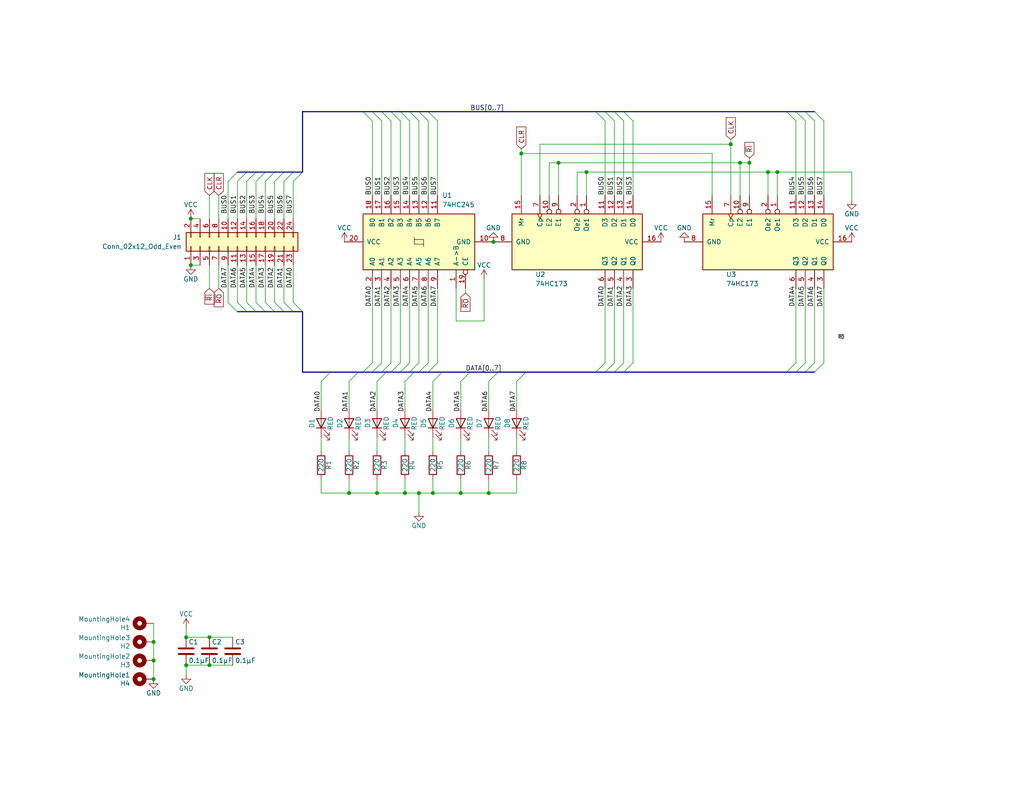
<source format=kicad_sch>
(kicad_sch (version 20211123) (generator eeschema)
  (paper "USLetter")
  (lib_symbols
    (symbol "74xx:74HC245" (pin_names (offset 1.016))
      (property "Reference" "U" (at -7.62 16.51 0))
      (property "Value" "74HC245" (at -7.62 -16.51 0))
      (symbol "74HC245_1_0"
        (polyline (pts (xy -0.635 -1.27) (xy -0.635 1.27) (xy 0.635 1.27)))
        (polyline (pts (xy -1.27 -1.27) (xy 0.635 -1.27) (xy 0.635 1.27) (xy 1.27 1.27)))
        (pin input line (at -12.7 -10.16 0) (length 5.08) (name "A->B") (number "1"))
        (pin power_in line (at 0 -20.32 90) (length 5.08) (name "GND") (number "10"))
        (pin tri_state line (at 12.7 -5.08 180) (length 5.08) (name "B7") (number "11"))
        (pin tri_state line (at 12.7 -2.54 180) (length 5.08) (name "B6") (number "12"))
        (pin tri_state line (at 12.7 0 180) (length 5.08) (name "B5") (number "13"))
        (pin tri_state line (at 12.7 2.54 180) (length 5.08) (name "B4") (number "14"))
        (pin tri_state line (at 12.7 5.08 180) (length 5.08) (name "B3") (number "15"))
        (pin tri_state line (at 12.7 7.62 180) (length 5.08) (name "B2") (number "16"))
        (pin tri_state line (at 12.7 10.16 180) (length 5.08) (name "B1") (number "17"))
        (pin tri_state line (at 12.7 12.7 180) (length 5.08) (name "B0") (number "18"))
        (pin input inverted (at -12.7 -12.7 0) (length 5.08) (name "CE") (number "19"))
        (pin tri_state line (at -12.7 12.7 0) (length 5.08) (name "A0") (number "2"))
        (pin power_in line (at 0 20.32 270) (length 5.08) (name "VCC") (number "20"))
        (pin tri_state line (at -12.7 10.16 0) (length 5.08) (name "A1") (number "3"))
        (pin tri_state line (at -12.7 7.62 0) (length 5.08) (name "A2") (number "4"))
        (pin tri_state line (at -12.7 5.08 0) (length 5.08) (name "A3") (number "5"))
        (pin tri_state line (at -12.7 2.54 0) (length 5.08) (name "A4") (number "6"))
        (pin tri_state line (at -12.7 0 0) (length 5.08) (name "A5") (number "7"))
        (pin tri_state line (at -12.7 -2.54 0) (length 5.08) (name "A6") (number "8"))
        (pin tri_state line (at -12.7 -5.08 0) (length 5.08) (name "A7") (number "9"))
      )
      (symbol "74HC245_1_1"
        (rectangle (start -7.62 15.24) (end 7.62 -15.24) (stroke (width 0.254)) (fill (type background)))
      )
    )
    (symbol "74xx:74LS173" (pin_names (offset 1.016))
      (property "Reference" "U" (at -7.62 19.05 0))
      (property "Value" "74LS173" (at -7.62 -19.05 0))
      (symbol "74LS173_1_0"
        (pin input inverted (at -12.7 2.54 0) (length 5.08) (name "Oe1") (number "1"))
        (pin input inverted (at -12.7 -7.62 0) (length 5.08) (name "E2") (number "10"))
        (pin input line (at -12.7 7.62 0) (length 5.08) (name "D3") (number "11"))
        (pin input line (at -12.7 10.16 0) (length 5.08) (name "D2") (number "12"))
        (pin input line (at -12.7 12.7 0) (length 5.08) (name "D1") (number "13"))
        (pin input line (at -12.7 15.24 0) (length 5.08) (name "D0") (number "14"))
        (pin input line (at -12.7 -15.24 0) (length 5.08) (name "Mr") (number "15"))
        (pin power_in line (at 0 22.86 270) (length 5.08) (name "VCC") (number "16"))
        (pin input inverted (at -12.7 0 0) (length 5.08) (name "Oe2") (number "2"))
        (pin tri_state line (at 12.7 15.24 180) (length 5.08) (name "Q0") (number "3"))
        (pin tri_state line (at 12.7 12.7 180) (length 5.08) (name "Q1") (number "4"))
        (pin tri_state line (at 12.7 10.16 180) (length 5.08) (name "Q2") (number "5"))
        (pin tri_state line (at 12.7 7.62 180) (length 5.08) (name "Q3") (number "6"))
        (pin input clock (at -12.7 -10.16 0) (length 5.08) (name "Cp") (number "7"))
        (pin power_in line (at 0 -22.86 90) (length 5.08) (name "GND") (number "8"))
        (pin input inverted (at -12.7 -5.08 0) (length 5.08) (name "E1") (number "9"))
      )
      (symbol "74LS173_1_1"
        (rectangle (start -7.62 17.78) (end 7.62 -17.78) (stroke (width 0.254)) (fill (type background)))
      )
    )
    (symbol "Connector_Generic:Conn_02x12_Odd_Even" (pin_names (offset 1.016) hide)
      (property "Reference" "J" (at 1.27 15.24 0))
      (property "Value" "Conn_02x12_Odd_Even" (at 1.27 -17.78 0))
      (symbol "Conn_02x12_Odd_Even_1_1"
        (rectangle (start -1.27 -15.113) (end 0 -15.367) (stroke (width 0.1524)))
        (rectangle (start -1.27 -12.573) (end 0 -12.827) (stroke (width 0.1524)))
        (rectangle (start -1.27 -10.033) (end 0 -10.287) (stroke (width 0.1524)))
        (rectangle (start -1.27 -7.493) (end 0 -7.747) (stroke (width 0.1524)))
        (rectangle (start -1.27 -4.953) (end 0 -5.207) (stroke (width 0.1524)))
        (rectangle (start -1.27 -2.413) (end 0 -2.667) (stroke (width 0.1524)))
        (rectangle (start -1.27 0.127) (end 0 -0.127) (stroke (width 0.1524)))
        (rectangle (start -1.27 2.667) (end 0 2.413) (stroke (width 0.1524)))
        (rectangle (start -1.27 5.207) (end 0 4.953) (stroke (width 0.1524)))
        (rectangle (start -1.27 7.747) (end 0 7.493) (stroke (width 0.1524)))
        (rectangle (start -1.27 10.287) (end 0 10.033) (stroke (width 0.1524)))
        (rectangle (start -1.27 12.827) (end 0 12.573) (stroke (width 0.1524)))
        (rectangle (start -1.27 13.97) (end 3.81 -16.51) (stroke (width 0.254)) (fill (type background)))
        (rectangle (start 3.81 -15.113) (end 2.54 -15.367) (stroke (width 0.1524)))
        (rectangle (start 3.81 -12.573) (end 2.54 -12.827) (stroke (width 0.1524)))
        (rectangle (start 3.81 -10.033) (end 2.54 -10.287) (stroke (width 0.1524)))
        (rectangle (start 3.81 -7.493) (end 2.54 -7.747) (stroke (width 0.1524)))
        (rectangle (start 3.81 -4.953) (end 2.54 -5.207) (stroke (width 0.1524)))
        (rectangle (start 3.81 -2.413) (end 2.54 -2.667) (stroke (width 0.1524)))
        (rectangle (start 3.81 0.127) (end 2.54 -0.127) (stroke (width 0.1524)))
        (rectangle (start 3.81 2.667) (end 2.54 2.413) (stroke (width 0.1524)))
        (rectangle (start 3.81 5.207) (end 2.54 4.953) (stroke (width 0.1524)))
        (rectangle (start 3.81 7.747) (end 2.54 7.493) (stroke (width 0.1524)))
        (rectangle (start 3.81 10.287) (end 2.54 10.033) (stroke (width 0.1524)))
        (rectangle (start 3.81 12.827) (end 2.54 12.573) (stroke (width 0.1524)))
        (pin passive line (at -5.08 12.7 0) (length 3.81) (name "Pin_1") (number "1"))
        (pin passive line (at 7.62 2.54 180) (length 3.81) (name "Pin_10") (number "10"))
        (pin passive line (at -5.08 0 0) (length 3.81) (name "Pin_11") (number "11"))
        (pin passive line (at 7.62 0 180) (length 3.81) (name "Pin_12") (number "12"))
        (pin passive line (at -5.08 -2.54 0) (length 3.81) (name "Pin_13") (number "13"))
        (pin passive line (at 7.62 -2.54 180) (length 3.81) (name "Pin_14") (number "14"))
        (pin passive line (at -5.08 -5.08 0) (length 3.81) (name "Pin_15") (number "15"))
        (pin passive line (at 7.62 -5.08 180) (length 3.81) (name "Pin_16") (number "16"))
        (pin passive line (at -5.08 -7.62 0) (length 3.81) (name "Pin_17") (number "17"))
        (pin passive line (at 7.62 -7.62 180) (length 3.81) (name "Pin_18") (number "18"))
        (pin passive line (at -5.08 -10.16 0) (length 3.81) (name "Pin_19") (number "19"))
        (pin passive line (at 7.62 12.7 180) (length 3.81) (name "Pin_2") (number "2"))
        (pin passive line (at 7.62 -10.16 180) (length 3.81) (name "Pin_20") (number "20"))
        (pin passive line (at -5.08 -12.7 0) (length 3.81) (name "Pin_21") (number "21"))
        (pin passive line (at 7.62 -12.7 180) (length 3.81) (name "Pin_22") (number "22"))
        (pin passive line (at -5.08 -15.24 0) (length 3.81) (name "Pin_23") (number "23"))
        (pin passive line (at 7.62 -15.24 180) (length 3.81) (name "Pin_24") (number "24"))
        (pin passive line (at -5.08 10.16 0) (length 3.81) (name "Pin_3") (number "3"))
        (pin passive line (at 7.62 10.16 180) (length 3.81) (name "Pin_4") (number "4"))
        (pin passive line (at -5.08 7.62 0) (length 3.81) (name "Pin_5") (number "5"))
        (pin passive line (at 7.62 7.62 180) (length 3.81) (name "Pin_6") (number "6"))
        (pin passive line (at -5.08 5.08 0) (length 3.81) (name "Pin_7") (number "7"))
        (pin passive line (at 7.62 5.08 180) (length 3.81) (name "Pin_8") (number "8"))
        (pin passive line (at -5.08 2.54 0) (length 3.81) (name "Pin_9") (number "9"))
      )
    )
    (symbol "Device:C" (pin_numbers hide) (pin_names (offset 0.254))
      (property "Reference" "C" (at 0.635 2.54 0))
      (property "Value" "C" (at 0.635 -2.54 0))
      (symbol "C_0_1"
        (polyline (pts (xy -2.032 -0.762) (xy 2.032 -0.762)) (stroke (width 0.508)))
        (polyline (pts (xy -2.032 0.762) (xy 2.032 0.762)) (stroke (width 0.508)))
      )
      (symbol "C_1_1"
        (pin passive line (at 0 3.81 270) (length 2.794) (name "~") (number "1"))
        (pin passive line (at 0 -3.81 90) (length 2.794) (name "~") (number "2"))
      )
    )
    (symbol "Device:LED" (pin_numbers hide) (pin_names (offset 1.016) hide)
      (property "Reference" "D" (at 0 2.54 0))
      (property "Value" "LED" (at 0 -2.54 0))
      (symbol "LED_0_1"
        (polyline (pts (xy -1.27 -1.27) (xy -1.27 1.27)) (stroke (width 0.254)))
        (polyline (pts (xy -1.27 0) (xy 1.27 0)))
        (polyline (pts (xy 1.27 -1.27) (xy 1.27 1.27) (xy -1.27 0) (xy 1.27 -1.27)) (stroke (width 0.254)))
        (polyline (pts (xy -3.048 -0.762) (xy -4.572 -2.286) (xy -3.81 -2.286) (xy -4.572 -2.286) (xy -4.572 -1.524)))
        (polyline (pts (xy -1.778 -0.762) (xy -3.302 -2.286) (xy -2.54 -2.286) (xy -3.302 -2.286) (xy -3.302 -1.524)))
      )
      (symbol "LED_1_1"
        (pin passive line (at -3.81 0 0) (length 2.54) (name "K") (number "1"))
        (pin passive line (at 3.81 0 180) (length 2.54) (name "A") (number "2"))
      )
    )
    (symbol "Device:R" (pin_numbers hide) (pin_names (offset 0))
      (property "Reference" "R" (at 2.032 0 90))
      (property "Value" "R" (at 0 0 90))
      (symbol "R_0_1"
        (rectangle (start -1.016 -2.54) (end 1.016 2.54) (stroke (width 0.254)))
      )
      (symbol "R_1_1"
        (pin passive line (at 0 3.81 270) (length 1.27) (name "~") (number "1"))
        (pin passive line (at 0 -3.81 90) (length 1.27) (name "~") (number "2"))
      )
    )
    (symbol "Mechanical:MountingHole_Pad" (pin_numbers hide) (pin_names (offset 1.016) hide)
      (property "Reference" "H" (at 0 6.35 0))
      (property "Value" "MountingHole_Pad" (at 0 4.445 0))
      (symbol "MountingHole_Pad_0_1"
        (circle (center 0 1.27) (radius 1.27) (stroke (width 1.27)))
      )
      (symbol "MountingHole_Pad_1_1"
        (pin input line (at 0 -2.54 90) (length 2.54) (name "1") (number "1"))
      )
    )
    (symbol "power:GND" (power) (pin_names (offset 0))
      (property "Value" "GND" (at 0 -3.81 0))
      (symbol "GND_0_1"
        (polyline (pts (xy 0 0) (xy 0 -1.27) (xy 1.27 -1.27) (xy 0 -2.54) (xy -1.27 -1.27) (xy 0 -1.27)))
      )
      (symbol "GND_1_1"
        (pin power_in line (at 0 0 270) (length 0) hide (name "GND") (number "1"))
      )
    )
    (symbol "power:VCC" (power) (pin_names (offset 0))
      (property "Value" "VCC" (at 0 3.81 0))
      (symbol "VCC_0_1"
        (polyline (pts (xy -0.762 1.27) (xy 0 2.54)))
        (polyline (pts (xy 0 0) (xy 0 2.54)))
        (polyline (pts (xy 0 2.54) (xy 0.762 1.27)))
      )
      (symbol "VCC_1_1"
        (pin power_in line (at 0 0 90) (length 0) hide (name "VCC") (number "1"))
      )
    )
  )
  (junction (at 160.02 46.99))
  (junction (at 152.4 44.45))
  (junction (at 102.87 134.62))
  (junction (at 110.49 134.62))
  (junction (at 125.73 134.62))
  (junction (at 201.93 44.45))
  (junction (at 50.8 173.99))
  (junction (at 199.39 39.37))
  (junction (at 133.35 134.62))
  (junction (at 95.25 134.62))
  (junction (at 50.8 181.61))
  (junction (at 142.24 41.91))
  (junction (at 209.55 46.99))
  (junction (at 212.09 46.99))
  (junction (at 41.91 180.34))
  (junction (at 204.47 44.45))
  (junction (at 57.15 173.99))
  (junction (at 52.07 72.39))
  (junction (at 41.91 175.26))
  (junction (at 114.3 134.62))
  (junction (at 57.15 181.61))
  (junction (at 118.11 134.62))
  (junction (at 52.07 59.69))
  (junction (at 134.62 66.04))
  (junction (at 41.91 185.42))
  (bus_entry (at 104.14 101.6) (size 2.54 -2.54))
  (bus_entry (at 64.77 85.09) (size -2.54 -2.54))
  (bus_entry (at 116.84 101.6) (size 2.54 -2.54))
  (bus_entry (at 80.01 46.99) (size -2.54 2.54))
  (bus_entry (at 101.6 30.48) (size 2.54 2.54))
  (bus_entry (at 101.6 101.6) (size 2.54 -2.54))
  (bus_entry (at 97.79 101.6) (size -2.54 2.54))
  (bus_entry (at 217.17 101.6) (size 2.54 -2.54))
  (bus_entry (at 214.63 101.6) (size 2.54 -2.54))
  (bus_entry (at 114.3 101.6) (size 2.54 -2.54))
  (bus_entry (at 99.06 101.6) (size 2.54 -2.54))
  (bus_entry (at 143.51 101.6) (size -2.54 2.54))
  (bus_entry (at 135.89 101.6) (size -2.54 2.54))
  (bus_entry (at 109.22 101.6) (size 2.54 -2.54))
  (bus_entry (at 109.22 30.48) (size 2.54 2.54))
  (bus_entry (at 222.25 101.6) (size 2.54 -2.54))
  (bus_entry (at 162.56 101.6) (size 2.54 -2.54))
  (bus_entry (at 114.3 30.48) (size 2.54 2.54))
  (bus_entry (at 165.1 101.6) (size 2.54 -2.54))
  (bus_entry (at 74.93 46.99) (size -2.54 2.54))
  (bus_entry (at 80.01 85.09) (size -2.54 -2.54))
  (bus_entry (at 72.39 46.99) (size -2.54 2.54))
  (bus_entry (at 217.17 30.48) (size 2.54 2.54))
  (bus_entry (at 167.64 101.6) (size 2.54 -2.54))
  (bus_entry (at 69.85 46.99) (size -2.54 2.54))
  (bus_entry (at 77.47 46.99) (size -2.54 2.54))
  (bus_entry (at 106.68 101.6) (size 2.54 -2.54))
  (bus_entry (at 111.76 30.48) (size 2.54 2.54))
  (bus_entry (at 74.93 85.09) (size -2.54 -2.54))
  (bus_entry (at 113.03 101.6) (size -2.54 2.54))
  (bus_entry (at 214.63 30.48) (size 2.54 2.54))
  (bus_entry (at 105.41 101.6) (size -2.54 2.54))
  (bus_entry (at 72.39 85.09) (size -2.54 -2.54))
  (bus_entry (at 106.68 30.48) (size 2.54 2.54))
  (bus_entry (at 104.14 30.48) (size 2.54 2.54))
  (bus_entry (at 67.31 85.09) (size -2.54 -2.54))
  (bus_entry (at 90.17 101.6) (size -2.54 2.54))
  (bus_entry (at 111.76 101.6) (size 2.54 -2.54))
  (bus_entry (at 170.18 101.6) (size 2.54 -2.54))
  (bus_entry (at 77.47 85.09) (size -2.54 -2.54))
  (bus_entry (at 219.71 30.48) (size 2.54 2.54))
  (bus_entry (at 64.77 46.99) (size -2.54 2.54))
  (bus_entry (at 67.31 46.99) (size -2.54 2.54))
  (bus_entry (at 82.55 85.09) (size -2.54 -2.54))
  (bus_entry (at 222.25 30.48) (size 2.54 2.54))
  (bus_entry (at 116.84 30.48) (size 2.54 2.54))
  (bus_entry (at 99.06 30.48) (size 2.54 2.54))
  (bus_entry (at 170.18 30.48) (size 2.54 2.54))
  (bus_entry (at 167.64 30.48) (size 2.54 2.54))
  (bus_entry (at 165.1 30.48) (size 2.54 2.54))
  (bus_entry (at 162.56 30.48) (size 2.54 2.54))
  (bus_entry (at 120.65 101.6) (size -2.54 2.54))
  (bus_entry (at 82.55 46.99) (size -2.54 2.54))
  (bus_entry (at 69.85 85.09) (size -2.54 -2.54))
  (bus_entry (at 128.27 101.6) (size -2.54 2.54))
  (bus_entry (at 219.71 101.6) (size 2.54 -2.54))
  (bus (pts (xy 106.68 101.6) (xy 109.22 101.6)))
  (wire (pts (xy 170.18 33.02) (xy 170.18 53.34)))
  (wire (pts (xy 142.24 41.91) (xy 142.24 53.34)))
  (wire (pts (xy 64.77 49.53) (xy 64.77 59.69)))
  (wire (pts (xy 110.49 130.81) (xy 110.49 134.62)))
  (wire (pts (xy 50.8 181.61) (xy 50.8 184.15)))
  (bus (pts (xy 128.27 101.6) (xy 135.89 101.6)))
  (wire (pts (xy 125.73 134.62) (xy 133.35 134.62)))
  (wire (pts (xy 104.14 33.02) (xy 104.14 53.34)))
  (wire (pts (xy 87.63 104.14) (xy 87.63 111.76)))
  (wire (pts (xy 199.39 53.34) (xy 199.39 39.37)))
  (bus (pts (xy 120.65 101.6) (xy 128.27 101.6)))
  (wire (pts (xy 52.07 59.69) (xy 54.61 59.69)))
  (wire (pts (xy 201.93 44.45) (xy 201.93 53.34)))
  (wire (pts (xy 133.35 130.81) (xy 133.35 134.62)))
  (wire (pts (xy 111.76 33.02) (xy 111.76 53.34)))
  (bus (pts (xy 143.51 101.6) (xy 162.56 101.6)))
  (wire (pts (xy 157.48 46.99) (xy 160.02 46.99)))
  (bus (pts (xy 69.85 85.09) (xy 72.39 85.09)))
  (wire (pts (xy 109.22 33.02) (xy 109.22 53.34)))
  (wire (pts (xy 124.46 78.74) (xy 124.46 87.63)))
  (bus (pts (xy 217.17 101.6) (xy 219.71 101.6)))
  (bus (pts (xy 219.71 101.6) (xy 222.25 101.6)))
  (wire (pts (xy 104.14 99.06) (xy 104.14 78.74)))
  (bus (pts (xy 99.06 101.6) (xy 97.79 101.6)))
  (wire (pts (xy 77.47 82.55) (xy 77.47 72.39)))
  (wire (pts (xy 149.86 44.45) (xy 152.4 44.45)))
  (bus (pts (xy 162.56 30.48) (xy 165.1 30.48)))
  (wire (pts (xy 69.85 49.53) (xy 69.85 59.69)))
  (wire (pts (xy 80.01 82.55) (xy 80.01 72.39)))
  (wire (pts (xy 147.32 39.37) (xy 147.32 53.34)))
  (wire (pts (xy 212.09 46.99) (xy 232.41 46.99)))
  (wire (pts (xy 147.32 39.37) (xy 199.39 39.37)))
  (wire (pts (xy 224.79 99.06) (xy 224.79 78.74)))
  (bus (pts (xy 114.3 30.48) (xy 116.84 30.48)))
  (bus (pts (xy 219.71 30.48) (xy 222.25 30.48)))
  (bus (pts (xy 82.55 85.09) (xy 82.55 101.6)))
  (bus (pts (xy 77.47 46.99) (xy 80.01 46.99)))
  (wire (pts (xy 157.48 46.99) (xy 157.48 53.34)))
  (wire (pts (xy 67.31 82.55) (xy 67.31 72.39)))
  (wire (pts (xy 217.17 33.02) (xy 217.17 53.34)))
  (wire (pts (xy 133.35 104.14) (xy 133.35 111.76)))
  (wire (pts (xy 57.15 72.39) (xy 57.15 78.74)))
  (wire (pts (xy 172.72 99.06) (xy 172.72 78.74)))
  (wire (pts (xy 74.93 82.55) (xy 74.93 72.39)))
  (bus (pts (xy 104.14 30.48) (xy 106.68 30.48)))
  (wire (pts (xy 140.97 119.38) (xy 140.97 123.19)))
  (bus (pts (xy 74.93 46.99) (xy 77.47 46.99)))
  (bus (pts (xy 116.84 30.48) (xy 162.56 30.48)))
  (bus (pts (xy 217.17 30.48) (xy 219.71 30.48)))
  (wire (pts (xy 152.4 44.45) (xy 201.93 44.45)))
  (wire (pts (xy 109.22 99.06) (xy 109.22 78.74)))
  (bus (pts (xy 82.55 30.48) (xy 99.06 30.48)))
  (wire (pts (xy 212.09 46.99) (xy 212.09 53.34)))
  (wire (pts (xy 219.71 99.06) (xy 219.71 78.74)))
  (wire (pts (xy 132.08 87.63) (xy 132.08 76.2)))
  (bus (pts (xy 135.89 101.6) (xy 143.51 101.6)))
  (wire (pts (xy 110.49 104.14) (xy 110.49 111.76)))
  (wire (pts (xy 52.07 72.39) (xy 54.61 72.39)))
  (wire (pts (xy 72.39 82.55) (xy 72.39 72.39)))
  (wire (pts (xy 142.24 40.64) (xy 142.24 41.91)))
  (bus (pts (xy 80.01 85.09) (xy 82.55 85.09)))
  (wire (pts (xy 87.63 134.62) (xy 95.25 134.62)))
  (wire (pts (xy 41.91 170.18) (xy 41.91 175.26)))
  (wire (pts (xy 50.8 171.45) (xy 50.8 173.99)))
  (bus (pts (xy 64.77 85.09) (xy 67.31 85.09)))
  (bus (pts (xy 109.22 30.48) (xy 111.76 30.48)))
  (wire (pts (xy 199.39 38.1) (xy 199.39 39.37)))
  (wire (pts (xy 224.79 33.02) (xy 224.79 53.34)))
  (wire (pts (xy 118.11 119.38) (xy 118.11 123.19)))
  (wire (pts (xy 116.84 99.06) (xy 116.84 78.74)))
  (wire (pts (xy 133.35 134.62) (xy 140.97 134.62)))
  (wire (pts (xy 119.38 33.02) (xy 119.38 53.34)))
  (wire (pts (xy 102.87 130.81) (xy 102.87 134.62)))
  (wire (pts (xy 67.31 49.53) (xy 67.31 59.69)))
  (wire (pts (xy 219.71 33.02) (xy 219.71 53.34)))
  (wire (pts (xy 74.93 49.53) (xy 74.93 59.69)))
  (bus (pts (xy 116.84 101.6) (xy 120.65 101.6)))
  (wire (pts (xy 95.25 134.62) (xy 102.87 134.62)))
  (wire (pts (xy 69.85 82.55) (xy 69.85 72.39)))
  (wire (pts (xy 59.69 72.39) (xy 59.69 78.74)))
  (wire (pts (xy 118.11 134.62) (xy 125.73 134.62)))
  (wire (pts (xy 125.73 130.81) (xy 125.73 134.62)))
  (bus (pts (xy 101.6 30.48) (xy 104.14 30.48)))
  (wire (pts (xy 114.3 33.02) (xy 114.3 53.34)))
  (bus (pts (xy 69.85 46.99) (xy 72.39 46.99)))
  (wire (pts (xy 102.87 134.62) (xy 110.49 134.62)))
  (wire (pts (xy 64.77 82.55) (xy 64.77 72.39)))
  (bus (pts (xy 114.3 101.6) (xy 116.84 101.6)))
  (wire (pts (xy 118.11 104.14) (xy 118.11 111.76)))
  (bus (pts (xy 165.1 30.48) (xy 167.64 30.48)))
  (wire (pts (xy 209.55 46.99) (xy 209.55 53.34)))
  (wire (pts (xy 62.23 82.55) (xy 62.23 72.39)))
  (wire (pts (xy 119.38 99.06) (xy 119.38 78.74)))
  (wire (pts (xy 41.91 180.34) (xy 41.91 185.42)))
  (wire (pts (xy 57.15 173.99) (xy 63.5 173.99)))
  (wire (pts (xy 125.73 104.14) (xy 125.73 111.76)))
  (bus (pts (xy 101.6 101.6) (xy 104.14 101.6)))
  (wire (pts (xy 217.17 99.06) (xy 217.17 78.74)))
  (bus (pts (xy 165.1 101.6) (xy 167.64 101.6)))
  (bus (pts (xy 106.68 30.48) (xy 109.22 30.48)))
  (bus (pts (xy 74.93 85.09) (xy 77.47 85.09)))
  (wire (pts (xy 50.8 173.99) (xy 57.15 173.99)))
  (bus (pts (xy 99.06 101.6) (xy 101.6 101.6)))
  (wire (pts (xy 87.63 119.38) (xy 87.63 123.19)))
  (wire (pts (xy 114.3 134.62) (xy 118.11 134.62)))
  (bus (pts (xy 170.18 101.6) (xy 214.63 101.6)))
  (wire (pts (xy 111.76 99.06) (xy 111.76 78.74)))
  (wire (pts (xy 160.02 46.99) (xy 160.02 53.34)))
  (wire (pts (xy 102.87 104.14) (xy 102.87 111.76)))
  (wire (pts (xy 124.46 87.63) (xy 132.08 87.63)))
  (wire (pts (xy 160.02 46.99) (xy 209.55 46.99)))
  (wire (pts (xy 201.93 44.45) (xy 204.47 44.45)))
  (bus (pts (xy 82.55 46.99) (xy 82.55 30.48)))
  (wire (pts (xy 102.87 119.38) (xy 102.87 123.19)))
  (bus (pts (xy 72.39 85.09) (xy 74.93 85.09)))
  (wire (pts (xy 95.25 130.81) (xy 95.25 134.62)))
  (bus (pts (xy 214.63 30.48) (xy 217.17 30.48)))
  (wire (pts (xy 167.64 99.06) (xy 167.64 78.74)))
  (bus (pts (xy 72.39 46.99) (xy 74.93 46.99)))
  (wire (pts (xy 80.01 49.53) (xy 80.01 59.69)))
  (bus (pts (xy 109.22 101.6) (xy 111.76 101.6)))
  (bus (pts (xy 105.41 101.6) (xy 106.68 101.6)))
  (wire (pts (xy 87.63 130.81) (xy 87.63 134.62)))
  (wire (pts (xy 167.64 33.02) (xy 167.64 53.34)))
  (wire (pts (xy 118.11 130.81) (xy 118.11 134.62)))
  (wire (pts (xy 140.97 134.62) (xy 140.97 130.81)))
  (wire (pts (xy 59.69 53.34) (xy 59.69 59.69)))
  (bus (pts (xy 67.31 46.99) (xy 69.85 46.99)))
  (wire (pts (xy 149.86 44.45) (xy 149.86 53.34)))
  (wire (pts (xy 72.39 49.53) (xy 72.39 59.69)))
  (wire (pts (xy 127 78.74) (xy 127 80.01)))
  (bus (pts (xy 111.76 30.48) (xy 114.3 30.48)))
  (wire (pts (xy 125.73 119.38) (xy 125.73 123.19)))
  (wire (pts (xy 204.47 44.45) (xy 204.47 53.34)))
  (wire (pts (xy 204.47 43.18) (xy 204.47 44.45)))
  (wire (pts (xy 170.18 99.06) (xy 170.18 78.74)))
  (wire (pts (xy 110.49 119.38) (xy 110.49 123.19)))
  (wire (pts (xy 63.5 181.61) (xy 57.15 181.61)))
  (bus (pts (xy 77.47 85.09) (xy 80.01 85.09)))
  (wire (pts (xy 101.6 99.06) (xy 101.6 78.74)))
  (wire (pts (xy 133.35 119.38) (xy 133.35 123.19)))
  (wire (pts (xy 95.25 104.14) (xy 95.25 111.76)))
  (wire (pts (xy 110.49 134.62) (xy 114.3 134.62)))
  (bus (pts (xy 67.31 85.09) (xy 69.85 85.09)))
  (wire (pts (xy 106.68 99.06) (xy 106.68 78.74)))
  (bus (pts (xy 214.63 101.6) (xy 217.17 101.6)))
  (wire (pts (xy 222.25 99.06) (xy 222.25 78.74)))
  (wire (pts (xy 165.1 33.02) (xy 165.1 53.34)))
  (wire (pts (xy 95.25 119.38) (xy 95.25 123.19)))
  (wire (pts (xy 232.41 46.99) (xy 232.41 54.61)))
  (wire (pts (xy 194.31 41.91) (xy 194.31 53.34)))
  (bus (pts (xy 167.64 30.48) (xy 170.18 30.48)))
  (wire (pts (xy 106.68 33.02) (xy 106.68 53.34)))
  (wire (pts (xy 57.15 53.34) (xy 57.15 59.69)))
  (bus (pts (xy 170.18 30.48) (xy 214.63 30.48)))
  (wire (pts (xy 41.91 175.26) (xy 41.91 180.34)))
  (wire (pts (xy 62.23 49.53) (xy 62.23 59.69)))
  (wire (pts (xy 142.24 41.91) (xy 194.31 41.91)))
  (wire (pts (xy 209.55 46.99) (xy 212.09 46.99)))
  (bus (pts (xy 104.14 101.6) (xy 105.41 101.6)))
  (wire (pts (xy 172.72 33.02) (xy 172.72 53.34)))
  (wire (pts (xy 77.47 49.53) (xy 77.47 59.69)))
  (wire (pts (xy 114.3 99.06) (xy 114.3 78.74)))
  (wire (pts (xy 50.8 181.61) (xy 57.15 181.61)))
  (bus (pts (xy 97.79 101.6) (xy 90.17 101.6)))
  (wire (pts (xy 114.3 139.7) (xy 114.3 134.62)))
  (bus (pts (xy 113.03 101.6) (xy 114.3 101.6)))
  (wire (pts (xy 116.84 33.02) (xy 116.84 53.34)))
  (bus (pts (xy 162.56 101.6) (xy 165.1 101.6)))
  (bus (pts (xy 90.17 101.6) (xy 82.55 101.6)))
  (bus (pts (xy 111.76 101.6) (xy 113.03 101.6)))
  (wire (pts (xy 140.97 104.14) (xy 140.97 111.76)))
  (wire (pts (xy 222.25 33.02) (xy 222.25 53.34)))
  (bus (pts (xy 80.01 46.99) (xy 82.55 46.99)))
  (wire (pts (xy 152.4 44.45) (xy 152.4 53.34)))
  (bus (pts (xy 99.06 30.48) (xy 101.6 30.48)))
  (bus (pts (xy 167.64 101.6) (xy 170.18 101.6)))
  (wire (pts (xy 165.1 99.06) (xy 165.1 78.74)))
  (bus (pts (xy 64.77 46.99) (xy 67.31 46.99)))
  (wire (pts (xy 101.6 33.02) (xy 101.6 53.34)))
  (label "BUS7" (at 119.38 53.34 90))
  (label "DATA1" (at 104.14 83.82 90))
  (label "BUS0" (at 62.23 58.42 90))
  (label "BUS3" (at 172.72 53.34 90))
  (label "DATA7" (at 224.79 83.8555 90))
  (label "DATA4" (at 111.76 83.7845 90))
  (label "DATA3" (at 110.49 106.68 270))
  (label "DATA6" (at 133.35 106.68 270))
  (label "BUS6" (at 77.47 58.42 90))
  (label "DATA5" (at 125.73 106.68 270))
  (label "DATA2" (at 170.18 83.82 90))
  (label "BUS[0..7]" (at 128.27 30.48 0))
  (label "BUS5" (at 114.3 53.34 90))
  (label "DATA[0..7]" (at 127 101.6 0))
  (label "DATA0" (at 101.6 83.82 90))
  (label "DATA1" (at 95.25 106.68 270))
  (label "DATA3" (at 109.22 83.82 90))
  (label "DATA5" (at 114.3 83.82 90))
  (label "BUS3" (at 69.85 58.42 90))
  (label "BUS0" (at 165.1 53.34 90))
  (label "BUS7" (at 80.01 58.42 90))
  (label "BUS4" (at 217.17 53.34 90))
  (label "DATA1" (at 77.47 78.74 90))
  (label "DATA7" (at 119.38 83.82 90))
  (label "BUS1" (at 167.64 53.34 90))
  (label "DATA1" (at 167.64 83.82 90))
  (label "BUS6" (at 222.25 53.34 90))
  (label "DATA2" (at 74.93 78.74 90))
  (label "DATA4" (at 118.11 106.68 270))
  (label "DATA5" (at 67.31 78.74 90))
  (label "BUS5" (at 74.93 58.42 90))
  (label "BUS2" (at 67.31 58.42 90))
  (label "DATA4" (at 217.17 83.82 90))
  (label "BUS1" (at 64.77 58.42 90))
  (label "DATA6" (at 222.25 83.8555 90))
  (label "BUS0" (at 101.6 53.34 90))
  (label "BUS7" (at 224.79 53.34 90))
  (label "BUS1" (at 104.14 53.34 90))
  (label "DATA5" (at 219.71 83.8555 90))
  (label "DATA3" (at 72.39 78.74 90))
  (label "BUS5" (at 219.71 53.34 90))
  (label "~{RO}" (at 228.6 92.71 0) (effects (font (size 0.8 0.8))))
  (label "DATA0" (at 165.1 83.82 90))
  (label "BUS2" (at 170.18 53.34 90))
  (label "DATA6" (at 116.84 83.82 90))
  (label "DATA3" (at 172.72 83.82 90))
  (label "BUS4" (at 72.39 58.3845 90))
  (label "DATA0" (at 87.63 106.68 270))
  (label "DATA4" (at 69.85 78.7045 90))
  (label "BUS3" (at 109.22 53.34 90))
  (label "DATA2" (at 106.68 83.82 90))
  (label "DATA2" (at 102.87 106.68 270))
  (label "DATA7" (at 62.23 78.74 90))
  (label "BUS6" (at 116.84 53.34 90))
  (label "DATA6" (at 64.77 78.74 90))
  (label "DATA7" (at 140.97 106.68 270))
  (label "BUS4" (at 111.76 53.3045 90))
  (label "DATA0" (at 80.01 78.74 90))
  (label "BUS2" (at 106.68 53.34 90))
  (global_label "~{RO}" (shape input) (at 59.69 78.74 270) (property "Intersheet References" "${INTERSHEET_REFS}" (effects hide)))
  (global_label "CLR" (shape input) (at 142.24 40.64 90) (property "Intersheet References" "${INTERSHEET_REFS}" (effects hide)))
  (global_label "~{RO}" (shape input) (at 127 80.01 270) (property "Intersheet References" "${INTERSHEET_REFS}" (effects hide)))
  (global_label "CLK" (shape input) (at 199.39 38.1 90) (property "Intersheet References" "${INTERSHEET_REFS}" (effects hide)))
  (global_label "~{RI}" (shape input) (at 57.15 78.74 270) (property "Intersheet References" "${INTERSHEET_REFS}" (effects hide)))
  (global_label "~{RI}" (shape input) (at 204.47 43.18 90) (property "Intersheet References" "${INTERSHEET_REFS}" (effects hide)))
  (global_label "CLK" (shape input) (at 57.15 53.34 90) (property "Intersheet References" "${INTERSHEET_REFS}" (effects hide)))
  (global_label "CLR" (shape input) (at 59.69 53.34 90) (property "Intersheet References" "${INTERSHEET_REFS}" (effects hide)))
  (symbol (lib_id "power:VCC") (at 132.08 76.2 0) (unit 1)
    (property "Reference" "#PWR08" (effects hide))
    (property "Value" "VCC" (at 132.08 72.39 0))
  )
  (symbol (lib_id "power:GND") (at 232.41 54.61 0) (unit 1)
    (property "Reference" "#PWR012" (effects hide))
    (property "Value" "GND" (at 232.41 58.42 0))
  )
  (symbol (lib_id "Device:C") (at 50.8 177.8 0) (unit 1)
    (property "Reference" "C1" (at 51.435 175.26 0) (effects (justify left)))
    (property "Value" "0.1µF" (at 51.435 180.34 0) (effects (justify left)))
    (property "Footprint" "Capacitor_SMD:C_0805_2012Metric" (effects hide))
  )
  (symbol (lib_id "power:GND") (at 50.8 184.15 0) (unit 1)
    (property "Reference" "#PWR03" (effects hide))
    (property "Value" "GND" (at 50.8 187.96 0))
  )
  (symbol (lib_id "power:VCC") (at 50.8 171.45 0) (unit 1)
    (property "Reference" "#PWR02" (effects hide))
    (property "Value" "VCC" (at 50.8 167.64 0))
  )
  (symbol (lib_id "74xx:74HC245") (at 114.3 66.04 90) (unit 1)
    (property "Reference" "U1" (at 120.65 53.34 90) (effects (justify right)))
    (property "Value" "74HC245" (at 120.65 55.88 90) (effects (justify right)))
    (property "Footprint" "Package_SO:TSSOP-20_4.4x6.5mm_P0.65mm" (effects hide))
    (property "Datasheet" "http://www.ti.com/lit/gpn/sn74HC245" (effects hide))
  )
  (symbol (lib_id "power:VCC") (at 93.98 66.04 0) (unit 1)
    (property "Reference" "#PWR06" (effects hide))
    (property "Value" "VCC" (at 93.98 62.23 0))
  )
  (symbol (lib_id "power:GND") (at 134.62 66.04 180) (unit 1)
    (property "Reference" "#PWR09" (effects hide))
    (property "Value" "GND" (at 134.62 62.23 0))
  )
  (symbol (lib_id "74xx:74LS173") (at 157.48 66.04 270) (unit 1)
    (property "Reference" "U2" (at 146.05 74.93 90) (effects (justify left)))
    (property "Value" "74HC173" (at 146.05 77.47 90) (effects (justify left)))
    (property "Footprint" "Package_SO:SOIC-16_3.9x9.9mm_P1.27mm" (effects hide))
    (property "Datasheet" "http://www.ti.com/lit/gpn/sn74LS173" (effects hide))
  )
  (symbol (lib_id "power:VCC") (at 180.34 66.04 0) (unit 1)
    (property "Reference" "#PWR010" (effects hide))
    (property "Value" "VCC" (at 180.34 62.23 0))
  )
  (symbol (lib_id "74xx:74LS173") (at 209.55 66.04 270) (unit 1)
    (property "Reference" "U3" (at 198.12 74.93 90) (effects (justify left)))
    (property "Value" "74HC173" (at 198.12 77.47 90) (effects (justify left)))
    (property "Footprint" "Package_SO:SOIC-16_3.9x9.9mm_P1.27mm" (effects hide))
    (property "Datasheet" "http://www.ti.com/lit/gpn/sn74LS173" (effects hide))
  )
  (symbol (lib_id "power:VCC") (at 232.41 66.04 0) (unit 1)
    (property "Reference" "#PWR013" (effects hide))
    (property "Value" "VCC" (at 232.41 62.23 0))
  )
  (symbol (lib_id "Device:C") (at 57.15 177.8 0) (unit 1)
    (property "Reference" "C2" (at 57.785 175.26 0) (effects (justify left)))
    (property "Value" "0.1µF" (at 57.785 180.34 0) (effects (justify left)))
    (property "Footprint" "Capacitor_SMD:C_0805_2012Metric" (effects hide))
  )
  (symbol (lib_id "power:GND") (at 186.69 66.04 180) (unit 1)
    (property "Reference" "#PWR011" (effects hide))
    (property "Value" "GND" (at 186.69 62.23 0))
  )
  (symbol (lib_id "Device:C") (at 63.5 177.8 0) (unit 1)
    (property "Reference" "C3" (at 64.135 175.26 0) (effects (justify left)))
    (property "Value" "0.1µF" (at 64.135 180.34 0) (effects (justify left)))
    (property "Footprint" "Capacitor_SMD:C_0805_2012Metric" (effects hide))
  )
  (symbol (lib_id "Device:R") (at 140.97 127 0) (unit 1)
    (property "Reference" "R8" (at 143.002 127 90))
    (property "Value" "220" (at 140.97 127 90))
    (property "Footprint" "Resistor_SMD:R_0805_2012Metric" (effects hide))
  )
  (symbol (lib_id "Device:LED") (at 102.87 115.57 90) (unit 1)
    (property "Reference" "D3" (at 100.33 115.57 0))
    (property "Value" "RED" (at 105.41 115.57 0))
    (property "Footprint" "LED_SMD:LED_0805_2012Metric" (effects hide))
  )
  (symbol (lib_id "Device:R") (at 133.35 127 0) (unit 1)
    (property "Reference" "R7" (at 135.382 127 90))
    (property "Value" "220" (at 133.35 127 90))
    (property "Footprint" "Resistor_SMD:R_0805_2012Metric" (effects hide))
  )
  (symbol (lib_id "Device:LED") (at 95.25 115.57 90) (unit 1)
    (property "Reference" "D2" (at 92.71 115.57 0))
    (property "Value" "RED" (at 97.79 115.57 0))
    (property "Footprint" "LED_SMD:LED_0805_2012Metric" (effects hide))
  )
  (symbol (lib_id "Device:LED") (at 125.73 115.57 90) (unit 1)
    (property "Reference" "D6" (at 123.19 115.57 0))
    (property "Value" "RED" (at 128.27 115.57 0))
    (property "Footprint" "LED_SMD:LED_0805_2012Metric" (effects hide))
  )
  (symbol (lib_id "Device:R") (at 95.25 127 0) (unit 1)
    (property "Reference" "R2" (at 97.282 127 90))
    (property "Value" "220" (at 95.25 127 90))
    (property "Footprint" "Resistor_SMD:R_0805_2012Metric" (effects hide))
  )
  (symbol (lib_id "Connector_Generic:Conn_02x12_Odd_Even") (at 64.77 67.31 90) (unit 1)
    (property "Reference" "J1" (at 49.53 64.7699 90) (effects (justify left)))
    (property "Value" "Conn_02x12_Odd_Even" (at 49.53 67.3099 90) (effects (justify left)))
    (property "Footprint" "Connector_IDC:IDC-Header_2x12_P2.54mm_Vertical" (effects hide))
  )
  (symbol (lib_id "Device:LED") (at 87.63 115.57 90) (unit 1)
    (property "Reference" "D1" (at 85.09 115.57 0))
    (property "Value" "RED" (at 90.17 115.57 0))
    (property "Footprint" "LED_SMD:LED_0805_2012Metric" (effects hide))
  )
  (symbol (lib_id "Device:R") (at 118.11 127 0) (unit 1)
    (property "Reference" "R5" (at 120.142 127 90))
    (property "Value" "220" (at 118.11 127 90))
    (property "Footprint" "Resistor_SMD:R_0805_2012Metric" (effects hide))
  )
  (symbol (lib_id "power:GND") (at 52.07 72.39 0) (unit 1)
    (property "Reference" "#PWR05" (effects hide))
    (property "Value" "GND" (at 52.07 76.2 0))
  )
  (symbol (lib_id "Device:R") (at 125.73 127 0) (unit 1)
    (property "Reference" "R6" (at 127.762 127 90))
    (property "Value" "220" (at 125.73 127 90))
    (property "Footprint" "Resistor_SMD:R_0805_2012Metric" (effects hide))
  )
  (symbol (lib_id "power:VCC") (at 52.07 59.69 0) (unit 1)
    (property "Reference" "#PWR04" (effects hide))
    (property "Value" "VCC" (at 52.07 55.88 0))
  )
  (symbol (lib_id "Mechanical:MountingHole_Pad") (at 39.37 170.18 90) (unit 1)
    (property "Reference" "H1" (at 35.56 171.3484 90) (effects (justify left)))
    (property "Value" "MountingHole4" (at 35.56 169.037 90) (effects (justify left)))
    (property "Footprint" "MountingHole:MountingHole_2.2mm_M2_Pad_Via" (effects hide))
  )
  (symbol (lib_id "Mechanical:MountingHole_Pad") (at 39.37 185.42 90) (unit 1)
    (property "Reference" "H4" (at 35.56 186.5884 90) (effects (justify left)))
    (property "Value" "MountingHole1" (at 35.56 184.277 90) (effects (justify left)))
    (property "Footprint" "MountingHole:MountingHole_2.2mm_M2_Pad_Via" (effects hide))
  )
  (symbol (lib_id "Device:LED") (at 133.35 115.57 90) (unit 1)
    (property "Reference" "D7" (at 130.81 115.57 0))
    (property "Value" "RED" (at 135.89 115.57 0))
    (property "Footprint" "LED_SMD:LED_0805_2012Metric" (effects hide))
  )
  (symbol (lib_id "power:GND") (at 41.91 185.42 0) (unit 1)
    (property "Reference" "#PWR01" (effects hide))
    (property "Value" "GND" (at 41.91 189.23 0))
  )
  (symbol (lib_id "Device:LED") (at 140.97 115.57 90) (unit 1)
    (property "Reference" "D8" (at 138.43 115.57 0))
    (property "Value" "RED" (at 143.51 115.57 0))
    (property "Footprint" "LED_SMD:LED_0805_2012Metric" (effects hide))
  )
  (symbol (lib_id "Device:LED") (at 110.49 115.57 90) (unit 1)
    (property "Reference" "D4" (at 107.95 115.57 0))
    (property "Value" "RED" (at 113.03 115.57 0))
    (property "Footprint" "LED_SMD:LED_0805_2012Metric" (effects hide))
  )
  (symbol (lib_id "Device:R") (at 102.87 127 0) (unit 1)
    (property "Reference" "R3" (at 104.902 127 90))
    (property "Value" "220" (at 102.87 127 90))
    (property "Footprint" "Resistor_SMD:R_0805_2012Metric" (effects hide))
  )
  (symbol (lib_id "Device:R") (at 87.63 127 0) (unit 1)
    (property "Reference" "R1" (at 89.662 127 90))
    (property "Value" "220" (at 87.63 127 90))
    (property "Footprint" "Resistor_SMD:R_0805_2012Metric" (effects hide))
  )
  (symbol (lib_id "Mechanical:MountingHole_Pad") (at 39.37 180.34 90) (unit 1)
    (property "Reference" "H3" (at 35.56 181.5084 90) (effects (justify left)))
    (property "Value" "MountingHole2" (at 35.56 179.197 90) (effects (justify left)))
    (property "Footprint" "MountingHole:MountingHole_2.2mm_M2_Pad_Via" (effects hide))
  )
  (symbol (lib_id "Device:LED") (at 118.11 115.57 90) (unit 1)
    (property "Reference" "D5" (at 115.57 115.57 0))
    (property "Value" "RED" (at 120.65 115.57 0))
    (property "Footprint" "LED_SMD:LED_0805_2012Metric" (effects hide))
  )
  (symbol (lib_id "Device:R") (at 110.49 127 0) (unit 1)
    (property "Reference" "R4" (at 112.522 127 90))
    (property "Value" "220" (at 110.49 127 90))
    (property "Footprint" "Resistor_SMD:R_0805_2012Metric" (effects hide))
  )
  (symbol (lib_id "Mechanical:MountingHole_Pad") (at 39.37 175.26 90) (unit 1)
    (property "Reference" "H2" (at 35.56 176.4284 90) (effects (justify left)))
    (property "Value" "MountingHole3" (at 35.56 174.117 90) (effects (justify left)))
    (property "Footprint" "MountingHole:MountingHole_2.2mm_M2_Pad_Via" (effects hide))
  )
  (symbol (lib_id "power:GND") (at 114.3 139.7 0) (unit 1)
    (property "Reference" "#PWR07" (effects hide))
    (property "Value" "GND" (at 114.3 143.51 0))
  )
)
</source>
